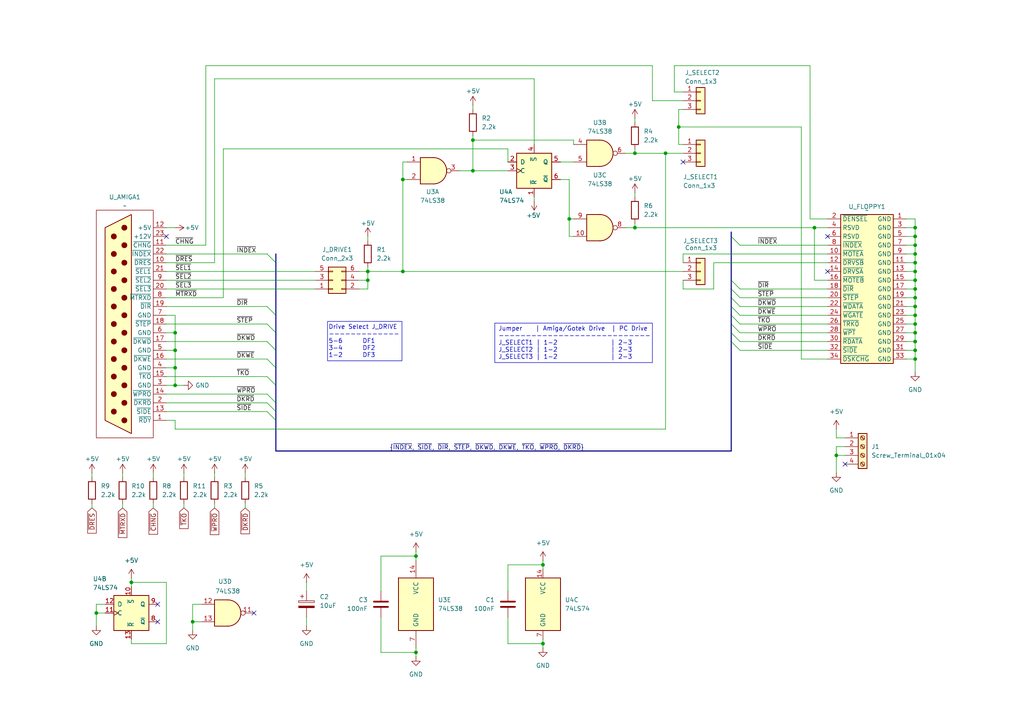
<source format=kicad_sch>
(kicad_sch (version 20231120) (generator "eeschema") (generator_version "8.0")
  (paper "A4")
  (title_block (title "Amiga External Floppy Adapter") (rev "1.0") (company "Torsten Brischalle"))
  (lib_symbols
    (symbol "74xx:74LS38" (pin_names (offset 1.016))
      (property "Reference" "U" (at 0 1.27 0))
      (property "Value" "74LS38" (at 0 -1.27 0))
      (symbol "74LS38_1_1"
        (arc (start 0 -3.81) (mid 3.7934 0) (end 0 3.81) (stroke (width 0.254)) (fill (type background)))
        (polyline (pts (xy 0 3.81) (xy -3.81 3.81) (xy -3.81 -3.81) (xy 0 -3.81)) (stroke (width 0.254)) (fill (type background)))
        (pin input line (at -7.62 2.54 0) (length 3.81) (name "~") (number "1"))
        (pin input line (at -7.62 -2.54 0) (length 3.81) (name "~") (number "2"))
        (pin open_collector inverted (at 7.62 0 180) (length 3.81) (name "~") (number "3"))
      )
      (symbol "74LS38_1_2"
        (arc (start -3.81 -3.81) (mid -2.589 0) (end -3.81 3.81) (stroke (width 0.254)))
        (arc (start -0.6096 -3.81) (mid 2.1842 -2.5851) (end 3.81 0) (stroke (width 0.254)) (fill (type background)))
        (polyline (pts (xy -3.81 -3.81) (xy -0.635 -3.81)) (stroke (width 0.254)) (fill (type background)))
        (polyline (pts (xy -3.81 3.81) (xy -0.635 3.81)) (stroke (width 0.254)) (fill (type background)))
        (polyline (pts (xy -0.635 3.81) (xy -3.81 3.81) (xy -3.81 3.81) (xy -3.556 3.4036) (xy -3.0226 2.2606) (xy -2.6924 1.0414) (xy -2.6162 -0.254) (xy -2.7686 -1.4986) (xy -3.175 -2.7178) (xy -3.81 -3.81) (xy -3.81 -3.81) (xy -0.635 -3.81)) (stroke (width -25.4)) (fill (type background)))
        (arc (start 3.81 0) (mid 2.1915 2.5936) (end -0.6096 3.81) (stroke (width 0.254)) (fill (type background)))
        (pin input inverted (at -7.62 2.54 0) (length 4.318) (name "~") (number "1"))
        (pin input inverted (at -7.62 -2.54 0) (length 4.318) (name "~") (number "2"))
        (pin open_collector line (at 7.62 0 180) (length 3.81) (name "~") (number "3"))
      )
      (symbol "74LS38_2_1"
        (arc (start 0 -3.81) (mid 3.7934 0) (end 0 3.81) (stroke (width 0.254)) (fill (type background)))
        (polyline (pts (xy 0 3.81) (xy -3.81 3.81) (xy -3.81 -3.81) (xy 0 -3.81)) (stroke (width 0.254)) (fill (type background)))
        (pin input line (at -7.62 2.54 0) (length 3.81) (name "~") (number "4"))
        (pin input line (at -7.62 -2.54 0) (length 3.81) (name "~") (number "5"))
        (pin open_collector inverted (at 7.62 0 180) (length 3.81) (name "~") (number "6"))
      )
      (symbol "74LS38_2_2"
        (arc (start -3.81 -3.81) (mid -2.589 0) (end -3.81 3.81) (stroke (width 0.254)))
        (arc (start -0.6096 -3.81) (mid 2.1842 -2.5851) (end 3.81 0) (stroke (width 0.254)) (fill (type background)))
        (polyline (pts (xy -3.81 -3.81) (xy -0.635 -3.81)) (stroke (width 0.254)) (fill (type background)))
        (polyline (pts (xy -3.81 3.81) (xy -0.635 3.81)) (stroke (width 0.254)) (fill (type background)))
        (polyline (pts (xy -0.635 3.81) (xy -3.81 3.81) (xy -3.81 3.81) (xy -3.556 3.4036) (xy -3.0226 2.2606) (xy -2.6924 1.0414) (xy -2.6162 -0.254) (xy -2.7686 -1.4986) (xy -3.175 -2.7178) (xy -3.81 -3.81) (xy -3.81 -3.81) (xy -0.635 -3.81)) (stroke (width -25.4)) (fill (type background)))
        (arc (start 3.81 0) (mid 2.1915 2.5936) (end -0.6096 3.81) (stroke (width 0.254)) (fill (type background)))
        (pin input inverted (at -7.62 2.54 0) (length 4.318) (name "~") (number "4"))
        (pin input inverted (at -7.62 -2.54 0) (length 4.318) (name "~") (number "5"))
        (pin open_collector line (at 7.62 0 180) (length 3.81) (name "~") (number "6"))
      )
      (symbol "74LS38_3_1"
        (arc (start 0 -3.81) (mid 3.7934 0) (end 0 3.81) (stroke (width 0.254)) (fill (type background)))
        (polyline (pts (xy 0 3.81) (xy -3.81 3.81) (xy -3.81 -3.81) (xy 0 -3.81)) (stroke (width 0.254)) (fill (type background)))
        (pin input line (at -7.62 -2.54 0) (length 3.81) (name "~") (number "10"))
        (pin open_collector inverted (at 7.62 0 180) (length 3.81) (name "~") (number "8"))
        (pin input line (at -7.62 2.54 0) (length 3.81) (name "~") (number "9"))
      )
      (symbol "74LS38_3_2"
        (arc (start -3.81 -3.81) (mid -2.589 0) (end -3.81 3.81) (stroke (width 0.254)))
        (arc (start -0.6096 -3.81) (mid 2.1842 -2.5851) (end 3.81 0) (stroke (width 0.254)) (fill (type background)))
        (polyline (pts (xy -3.81 -3.81) (xy -0.635 -3.81)) (stroke (width 0.254)) (fill (type background)))
        (polyline (pts (xy -3.81 3.81) (xy -0.635 3.81)) (stroke (width 0.254)) (fill (type background)))
        (polyline (pts (xy -0.635 3.81) (xy -3.81 3.81) (xy -3.81 3.81) (xy -3.556 3.4036) (xy -3.0226 2.2606) (xy -2.6924 1.0414) (xy -2.6162 -0.254) (xy -2.7686 -1.4986) (xy -3.175 -2.7178) (xy -3.81 -3.81) (xy -3.81 -3.81) (xy -0.635 -3.81)) (stroke (width -25.4)) (fill (type background)))
        (arc (start 3.81 0) (mid 2.1915 2.5936) (end -0.6096 3.81) (stroke (width 0.254)) (fill (type background)))
        (pin input inverted (at -7.62 -2.54 0) (length 4.318) (name "~") (number "10"))
        (pin open_collector line (at 7.62 0 180) (length 3.81) (name "~") (number "8"))
        (pin input inverted (at -7.62 2.54 0) (length 4.318) (name "~") (number "9"))
      )
      (symbol "74LS38_4_1"
        (arc (start 0 -3.81) (mid 3.7934 0) (end 0 3.81) (stroke (width 0.254)) (fill (type background)))
        (polyline (pts (xy 0 3.81) (xy -3.81 3.81) (xy -3.81 -3.81) (xy 0 -3.81)) (stroke (width 0.254)) (fill (type background)))
        (pin open_collector inverted (at 7.62 0 180) (length 3.81) (name "~") (number "11"))
        (pin input line (at -7.62 2.54 0) (length 3.81) (name "~") (number "12"))
        (pin input line (at -7.62 -2.54 0) (length 3.81) (name "~") (number "13"))
      )
      (symbol "74LS38_4_2"
        (arc (start -3.81 -3.81) (mid -2.589 0) (end -3.81 3.81) (stroke (width 0.254)))
        (arc (start -0.6096 -3.81) (mid 2.1842 -2.5851) (end 3.81 0) (stroke (width 0.254)) (fill (type background)))
        (polyline (pts (xy -3.81 -3.81) (xy -0.635 -3.81)) (stroke (width 0.254)) (fill (type background)))
        (polyline (pts (xy -3.81 3.81) (xy -0.635 3.81)) (stroke (width 0.254)) (fill (type background)))
        (polyline (pts (xy -0.635 3.81) (xy -3.81 3.81) (xy -3.81 3.81) (xy -3.556 3.4036) (xy -3.0226 2.2606) (xy -2.6924 1.0414) (xy -2.6162 -0.254) (xy -2.7686 -1.4986) (xy -3.175 -2.7178) (xy -3.81 -3.81) (xy -3.81 -3.81) (xy -0.635 -3.81)) (stroke (width -25.4)) (fill (type background)))
        (arc (start 3.81 0) (mid 2.1915 2.5936) (end -0.6096 3.81) (stroke (width 0.254)) (fill (type background)))
        (pin open_collector line (at 7.62 0 180) (length 3.81) (name "~") (number "11"))
        (pin input inverted (at -7.62 2.54 0) (length 4.318) (name "~") (number "12"))
        (pin input inverted (at -7.62 -2.54 0) (length 4.318) (name "~") (number "13"))
      )
      (symbol "74LS38_5_0"
        (pin power_in line (at 0 12.7 270) (length 5.08) (name "VCC") (number "14"))
        (pin power_in line (at 0 -12.7 90) (length 5.08) (name "GND") (number "7"))
      )
      (symbol "74LS38_5_1"
        (rectangle (start -5.08 7.62) (end 5.08 -7.62) (stroke (width 0.254)) (fill (type background)))
      )
    )
    (symbol "74xx:74LS74" (pin_names (offset 1.016))
      (property "Reference" "U" (at -7.62 8.89 0))
      (property "Value" "74LS74" (at -7.62 -8.89 0))
      (symbol "74LS74_1_0"
        (pin input line (at 0 -7.62 90) (length 2.54) (name "~{R}") (number "1"))
        (pin input line (at -7.62 2.54 0) (length 2.54) (name "D") (number "2"))
        (pin input clock (at -7.62 0 0) (length 2.54) (name "C") (number "3"))
        (pin input line (at 0 7.62 270) (length 2.54) (name "~{S}") (number "4"))
        (pin output line (at 7.62 2.54 180) (length 2.54) (name "Q") (number "5"))
        (pin output line (at 7.62 -2.54 180) (length 2.54) (name "~{Q}") (number "6"))
      )
      (symbol "74LS74_1_1"
        (rectangle (start -5.08 5.08) (end 5.08 -5.08) (stroke (width 0.254)) (fill (type background)))
      )
      (symbol "74LS74_2_0"
        (pin input line (at 0 7.62 270) (length 2.54) (name "~{S}") (number "10"))
        (pin input clock (at -7.62 0 0) (length 2.54) (name "C") (number "11"))
        (pin input line (at -7.62 2.54 0) (length 2.54) (name "D") (number "12"))
        (pin input line (at 0 -7.62 90) (length 2.54) (name "~{R}") (number "13"))
        (pin output line (at 7.62 -2.54 180) (length 2.54) (name "~{Q}") (number "8"))
        (pin output line (at 7.62 2.54 180) (length 2.54) (name "Q") (number "9"))
      )
      (symbol "74LS74_2_1"
        (rectangle (start -5.08 5.08) (end 5.08 -5.08) (stroke (width 0.254)) (fill (type background)))
      )
      (symbol "74LS74_3_0"
        (pin power_in line (at 0 10.16 270) (length 2.54) (name "VCC") (number "14"))
        (pin power_in line (at 0 -10.16 90) (length 2.54) (name "GND") (number "7"))
      )
      (symbol "74LS74_3_1"
        (rectangle (start -5.08 7.62) (end 5.08 -7.62) (stroke (width 0.254)) (fill (type background)))
      )
    )
    (symbol "Amiga500:ExternalFloppyConnector"
      (property "Reference" "U" (at -1.778 36.576 0))
      (symbol "ExternalFloppyConnector_0_1"
        (circle (center -2.54 -27.94) (radius 0.762) (fill (type outline)))
        (circle (center -2.54 -22.86) (radius 0.762) (fill (type outline)))
        (circle (center -2.54 -17.78) (radius 0.762) (fill (type outline)))
        (circle (center -2.54 -12.7) (radius 0.762) (fill (type outline)))
        (circle (center -2.54 -7.62) (radius 0.762) (fill (type outline)))
        (circle (center -2.54 -2.54) (radius 0.762) (fill (type outline)))
        (circle (center -2.54 2.54) (radius 0.762) (fill (type outline)))
        (circle (center -2.54 7.62) (radius 0.762) (fill (type outline)))
        (circle (center -2.54 12.7) (radius 0.762) (fill (type outline)))
        (circle (center -2.54 17.78) (radius 0.762) (fill (type outline)))
        (circle (center -2.54 22.86) (radius 0.762) (fill (type outline)))
        (polyline (pts (xy 2.54 -34.29) (xy -5.08 -30.48) (xy -5.08 25.4) (xy 2.54 29.21) (xy 2.54 -34.29)) (stroke (width 0.254)) (fill (type background)))
        (circle (center 0.508 -30.48) (radius 0.762) (fill (type outline)))
        (circle (center 0.508 -25.4) (radius 0.762) (fill (type outline)))
        (circle (center 0.508 -20.32) (radius 0.762) (fill (type outline)))
        (circle (center 0.508 -15.24) (radius 0.762) (fill (type outline)))
        (circle (center 0.508 -10.16) (radius 0.762) (fill (type outline)))
        (circle (center 0.508 -5.08) (radius 0.762) (fill (type outline)))
        (circle (center 0.508 0) (radius 0.762) (fill (type outline)))
        (circle (center 0.508 5.08) (radius 0.762) (fill (type outline)))
        (circle (center 0.508 10.16) (radius 0.762) (fill (type outline)))
        (circle (center 0.508 15.24) (radius 0.762) (fill (type outline)))
        (circle (center 0.508 20.32) (radius 0.762) (fill (type outline)))
        (circle (center 0.508 25.4) (radius 0.762) (fill (type outline)))
      )
      (symbol "ExternalFloppyConnector_1_1"
        (rectangle (start 8.89 30.48) (end -7.62 -35.56))
        (pin bidirectional line (at 12.7 -30.48 180) (length 3.81) (name "~{RDY}") (number "1"))
        (pin open_collector line (at 12.7 15.24 180) (length 3.81) (name "~{DRES}") (number "10"))
        (pin bidirectional line (at 12.7 20.32 180) (length 3.81) (name "~{CHNG}") (number "11"))
        (pin power_out line (at 12.7 25.4 180) (length 3.81) (name "+5V") (number "12"))
        (pin output line (at 12.7 -27.94 180) (length 3.81) (name "~{SIDE}") (number "13"))
        (pin bidirectional line (at 12.7 -22.86 180) (length 3.81) (name "~{WPRO}") (number "14"))
        (pin bidirectional line (at 12.7 -17.78 180) (length 3.81) (name "~{TKO}") (number "15"))
        (pin output line (at 12.7 -12.7 180) (length 3.81) (name "~{DKWE}") (number "16"))
        (pin output line (at 12.7 -7.62 180) (length 3.81) (name "~{DKWD}") (number "17"))
        (pin output line (at 12.7 -2.54 180) (length 3.81) (name "~{STEP}") (number "18"))
        (pin output line (at 12.7 2.54 180) (length 3.81) (name "~{DIR}") (number "19"))
        (pin input line (at 12.7 -25.4 180) (length 3.81) (name "~{DKRD}") (number "2"))
        (pin open_collector line (at 12.7 7.62 180) (length 3.81) (name "~{SEL3}") (number "20"))
        (pin open_collector line (at 12.7 12.7 180) (length 3.81) (name "~{SEL1}") (number "21"))
        (pin input line (at 12.7 17.78 180) (length 3.81) (name "~{INDEX}") (number "22"))
        (pin power_out line (at 12.7 22.86 180) (length 3.81) (name "+12V") (number "23"))
        (pin power_out line (at 12.7 -20.32 180) (length 3.81) (name "GND") (number "3"))
        (pin power_in line (at 12.7 -15.24 180) (length 3.81) (name "GND") (number "4"))
        (pin power_in line (at 12.7 -10.16 180) (length 3.81) (name "GND") (number "5"))
        (pin power_in line (at 12.7 -5.08 180) (length 3.81) (name "GND") (number "6"))
        (pin power_in line (at 12.7 0 180) (length 3.81) (name "GND") (number "7"))
        (pin open_collector line (at 12.7 5.08 180) (length 3.81) (name "~{MTRXD}") (number "8"))
        (pin open_collector line (at 12.7 10.16 180) (length 3.81) (name "~{SEL2}") (number "9"))
      )
    )
    (symbol "Amiga500:PcFloppyConnector"
      (property "Reference" "U" (at 0 23.876 0))
      (symbol "PcFloppyConnector_1_1"
        (rectangle (start -7.62 21.59) (end 7.62 -21.59) (stroke (width 0.254)) (fill (type background)))
        (pin power_in line (at 11.43 20.32 180) (length 3.81) (name "GND") (number "1"))
        (pin input line (at -11.43 10.16 0) (length 3.81) (name "~{MOTEA}") (number "10"))
        (pin power_in line (at 11.43 7.62 180) (length 3.81) (name "GND") (number "11"))
        (pin input line (at -11.43 7.62 0) (length 3.81) (name "~{DRVSB}") (number "12"))
        (pin power_in line (at 11.43 5.08 180) (length 3.81) (name "GND") (number "13"))
        (pin input line (at -11.43 5.08 0) (length 3.81) (name "~{DRVSA}") (number "14"))
        (pin power_in line (at 11.43 2.54 180) (length 3.81) (name "GND") (number "15"))
        (pin input line (at -11.43 2.54 0) (length 3.81) (name "~{MOTEB}") (number "16"))
        (pin power_in line (at 11.43 0 180) (length 3.81) (name "GND") (number "17"))
        (pin input line (at -11.43 0 0) (length 3.81) (name "~{DIR}") (number "18"))
        (pin power_in line (at 11.43 -2.54 180) (length 3.81) (name "GND") (number "19"))
        (pin input line (at -11.43 20.32 0) (length 3.81) (name "~{DENSEL}") (number "2"))
        (pin input line (at -11.43 -2.54 0) (length 3.81) (name "~{STEP}") (number "20"))
        (pin power_in line (at 11.43 -5.08 180) (length 3.81) (name "GND") (number "21"))
        (pin input line (at -11.43 -5.08 0) (length 3.81) (name "~{WDATA}") (number "22"))
        (pin power_in line (at 11.43 -7.62 180) (length 3.81) (name "GND") (number "23"))
        (pin input line (at -11.43 -7.62 0) (length 3.81) (name "~{WGATE}") (number "24"))
        (pin power_in line (at 11.43 -10.16 180) (length 3.81) (name "GND") (number "25"))
        (pin output line (at -11.43 -10.16 0) (length 3.81) (name "~{TRK0}") (number "26"))
        (pin power_in line (at 11.43 -12.7 180) (length 3.81) (name "GND") (number "27"))
        (pin output line (at -11.43 -12.7 0) (length 3.81) (name "~{WPT}") (number "28"))
        (pin power_in line (at 11.43 -15.24 180) (length 3.81) (name "GND") (number "29"))
        (pin power_in line (at 11.43 17.78 180) (length 3.81) (name "GND") (number "3"))
        (pin output line (at -11.43 -15.24 0) (length 3.81) (name "~{RDATA}") (number "30"))
        (pin power_in line (at 11.43 -17.78 180) (length 3.81) (name "GND") (number "31"))
        (pin input line (at -11.43 -17.78 0) (length 3.81) (name "~{SIDE}") (number "32"))
        (pin power_in line (at 11.43 -20.32 180) (length 3.81) (name "GND") (number "33"))
        (pin output line (at -11.43 -20.32 0) (length 3.81) (name "~{DSKCHG}") (number "34"))
        (pin passive line (at -11.43 17.78 0) (length 3.81) (name "RSVD") (number "4"))
        (pin power_in line (at 11.43 15.24 180) (length 3.81) (name "GND") (number "5"))
        (pin passive line (at -11.43 15.24 0) (length 3.81) (name "RSVD") (number "6"))
        (pin power_in line (at 11.43 12.7 180) (length 3.81) (name "GND") (number "7"))
        (pin output line (at -11.43 12.7 0) (length 3.81) (name "~{INDEX}") (number "8"))
        (pin power_in line (at 11.43 10.16 180) (length 3.81) (name "GND") (number "9"))
      )
    )
    (symbol "Connector:Screw_Terminal_01x04" (pin_names (offset 1.016) hide)
      (property "Reference" "J" (at 0 5.08 0))
      (property "Value" "Screw_Terminal_01x04" (at 0 -7.62 0))
      (symbol "Screw_Terminal_01x04_1_1"
        (rectangle (start -1.27 3.81) (end 1.27 -6.35) (stroke (width 0.254)) (fill (type background)))
        (circle (center 0 -5.08) (radius 0.635) (stroke (width 0.1524)))
        (circle (center 0 -2.54) (radius 0.635) (stroke (width 0.1524)))
        (polyline (pts (xy -0.5334 -4.7498) (xy 0.3302 -5.588)) (stroke (width 0.1524)))
        (polyline (pts (xy -0.5334 -2.2098) (xy 0.3302 -3.048)) (stroke (width 0.1524)))
        (polyline (pts (xy -0.5334 0.3302) (xy 0.3302 -0.508)) (stroke (width 0.1524)))
        (polyline (pts (xy -0.5334 2.8702) (xy 0.3302 2.032)) (stroke (width 0.1524)))
        (polyline (pts (xy -0.3556 -4.572) (xy 0.508 -5.4102)) (stroke (width 0.1524)))
        (polyline (pts (xy -0.3556 -2.032) (xy 0.508 -2.8702)) (stroke (width 0.1524)))
        (polyline (pts (xy -0.3556 0.508) (xy 0.508 -0.3302)) (stroke (width 0.1524)))
        (polyline (pts (xy -0.3556 3.048) (xy 0.508 2.2098)) (stroke (width 0.1524)))
        (circle (center 0 0) (radius 0.635) (stroke (width 0.1524)))
        (circle (center 0 2.54) (radius 0.635) (stroke (width 0.1524)))
        (pin passive line (at -5.08 2.54 0) (length 3.81) (name "Pin_1") (number "1"))
        (pin passive line (at -5.08 0 0) (length 3.81) (name "Pin_2") (number "2"))
        (pin passive line (at -5.08 -2.54 0) (length 3.81) (name "Pin_3") (number "3"))
        (pin passive line (at -5.08 -5.08 0) (length 3.81) (name "Pin_4") (number "4"))
      )
    )
    (symbol "Connector_Generic:Conn_01x03" (pin_names (offset 1.016) hide)
      (property "Reference" "J" (at 0 5.08 0))
      (property "Value" "Conn_01x03" (at 0 -5.08 0))
      (symbol "Conn_01x03_1_1"
        (rectangle (start -1.27 -2.413) (end 0 -2.667) (stroke (width 0.1524)))
        (rectangle (start -1.27 0.127) (end 0 -0.127) (stroke (width 0.1524)))
        (rectangle (start -1.27 2.667) (end 0 2.413) (stroke (width 0.1524)))
        (rectangle (start -1.27 3.81) (end 1.27 -3.81) (stroke (width 0.254)) (fill (type background)))
        (pin passive line (at -5.08 2.54 0) (length 3.81) (name "Pin_1") (number "1"))
        (pin passive line (at -5.08 0 0) (length 3.81) (name "Pin_2") (number "2"))
        (pin passive line (at -5.08 -2.54 0) (length 3.81) (name "Pin_3") (number "3"))
      )
    )
    (symbol "Connector_Generic:Conn_02x03_Odd_Even" (pin_names (offset 1.016) hide)
      (property "Reference" "J" (at 1.27 5.08 0))
      (property "Value" "Conn_02x03_Odd_Even" (at 1.27 -5.08 0))
      (symbol "Conn_02x03_Odd_Even_1_1"
        (rectangle (start -1.27 -2.413) (end 0 -2.667) (stroke (width 0.1524)))
        (rectangle (start -1.27 0.127) (end 0 -0.127) (stroke (width 0.1524)))
        (rectangle (start -1.27 2.667) (end 0 2.413) (stroke (width 0.1524)))
        (rectangle (start -1.27 3.81) (end 3.81 -3.81) (stroke (width 0.254)) (fill (type background)))
        (rectangle (start 3.81 -2.413) (end 2.54 -2.667) (stroke (width 0.1524)))
        (rectangle (start 3.81 0.127) (end 2.54 -0.127) (stroke (width 0.1524)))
        (rectangle (start 3.81 2.667) (end 2.54 2.413) (stroke (width 0.1524)))
        (pin passive line (at -5.08 2.54 0) (length 3.81) (name "Pin_1") (number "1"))
        (pin passive line (at 7.62 2.54 180) (length 3.81) (name "Pin_2") (number "2"))
        (pin passive line (at -5.08 0 0) (length 3.81) (name "Pin_3") (number "3"))
        (pin passive line (at 7.62 0 180) (length 3.81) (name "Pin_4") (number "4"))
        (pin passive line (at -5.08 -2.54 0) (length 3.81) (name "Pin_5") (number "5"))
        (pin passive line (at 7.62 -2.54 180) (length 3.81) (name "Pin_6") (number "6"))
      )
    )
    (symbol "Device:C" (pin_numbers hide) (pin_names (offset 0.254))
      (property "Reference" "C" (at 0.635 2.54 0))
      (property "Value" "C" (at 0.635 -2.54 0))
      (symbol "C_0_1"
        (polyline (pts (xy -2.032 -0.762) (xy 2.032 -0.762)) (stroke (width 0.508)))
        (polyline (pts (xy -2.032 0.762) (xy 2.032 0.762)) (stroke (width 0.508)))
      )
      (symbol "C_1_1"
        (pin passive line (at 0 3.81 270) (length 2.794) (name "~") (number "1"))
        (pin passive line (at 0 -3.81 90) (length 2.794) (name "~") (number "2"))
      )
    )
    (symbol "Device:C_Polarized" (pin_numbers hide) (pin_names (offset 0.254))
      (property "Reference" "C" (at 0.635 2.54 0))
      (property "Value" "C_Polarized" (at 0.635 -2.54 0))
      (symbol "C_Polarized_0_1"
        (rectangle (start -2.286 0.508) (end 2.286 1.016))
        (polyline (pts (xy -1.778 2.286) (xy -0.762 2.286)))
        (polyline (pts (xy -1.27 2.794) (xy -1.27 1.778)))
        (rectangle (start 2.286 -0.508) (end -2.286 -1.016) (fill (type outline)))
      )
      (symbol "C_Polarized_1_1"
        (pin passive line (at 0 3.81 270) (length 2.794) (name "~") (number "1"))
        (pin passive line (at 0 -3.81 90) (length 2.794) (name "~") (number "2"))
      )
    )
    (symbol "Device:R" (pin_numbers hide) (pin_names (offset 0))
      (property "Reference" "R" (at 2.032 0 90))
      (property "Value" "R" (at 0 0 90))
      (symbol "R_0_1"
        (rectangle (start -1.016 -2.54) (end 1.016 2.54) (stroke (width 0.254)))
      )
      (symbol "R_1_1"
        (pin passive line (at 0 3.81 270) (length 1.27) (name "~") (number "1"))
        (pin passive line (at 0 -3.81 90) (length 1.27) (name "~") (number "2"))
      )
    )
    (symbol "power:+5V" (power) (pin_numbers hide) (pin_names (offset 0) hide)
      (property "Value" "+5V" (at 0 3.556 0))
      (symbol "+5V_0_1"
        (polyline (pts (xy -0.762 1.27) (xy 0 2.54)))
        (polyline (pts (xy 0 0) (xy 0 2.54)))
        (polyline (pts (xy 0 2.54) (xy 0.762 1.27)))
      )
      (symbol "+5V_1_1"
        (pin power_in line (at 0 0 90) (length 0) (name "~") (number "1"))
      )
    )
    (symbol "power:GND" (power) (pin_numbers hide) (pin_names (offset 0) hide)
      (property "Value" "GND" (at 0 -3.81 0))
      (symbol "GND_0_1"
        (polyline (pts (xy 0 0) (xy 0 -1.27) (xy 1.27 -1.27) (xy 0 -2.54) (xy -1.27 -1.27) (xy 0 -1.27)))
      )
      (symbol "GND_1_1"
        (pin power_in line (at 0 0 270) (length 0) (name "~") (number "1"))
      )
    )
  )
  (junction (at 265.43 81.28))
  (junction (at 116.84 52.07))
  (junction (at 27.94 177.8))
  (junction (at 265.43 88.9))
  (junction (at 265.43 78.74))
  (junction (at 193.04 44.45))
  (junction (at 157.48 186.69))
  (junction (at 50.8 111.76))
  (junction (at 50.8 101.6))
  (junction (at 116.84 78.74))
  (junction (at 265.43 73.66))
  (junction (at 265.43 83.82))
  (junction (at 265.43 99.06))
  (junction (at 236.22 66.04))
  (junction (at 265.43 71.12))
  (junction (at 265.43 66.04))
  (junction (at 265.43 104.14))
  (junction (at 50.8 96.52))
  (junction (at 265.43 101.6))
  (junction (at 265.43 96.52))
  (junction (at 137.16 49.53))
  (junction (at 55.88 180.34))
  (junction (at 157.48 163.83))
  (junction (at 265.43 86.36))
  (junction (at 38.1 168.91))
  (junction (at 265.43 76.2))
  (junction (at 106.68 81.28))
  (junction (at 184.15 44.45))
  (junction (at 50.8 106.68))
  (junction (at 265.43 91.44))
  (junction (at 265.43 93.98))
  (junction (at 242.57 132.08))
  (junction (at 196.85 36.83))
  (junction (at 165.1 63.5))
  (junction (at 106.68 78.74))
  (junction (at 265.43 68.58))
  (junction (at 184.15 66.04))
  (junction (at 137.16 40.64))
  (junction (at 120.65 161.29))
  (junction (at 120.65 189.23))
  (no_connect (at 240.03 68.58))
  (no_connect (at 198.12 46.99))
  (no_connect (at 245.11 134.62))
  (no_connect (at 45.72 180.34))
  (no_connect (at 48.26 68.58))
  (no_connect (at 240.03 78.74))
  (no_connect (at 45.72 175.26))
  (no_connect (at 73.66 177.8))
  (bus_entry (at 80.01 111.76) (size -2.54 -2.54))
  (bus_entry (at 77.47 73.66) (size 2.54 2.54))
  (bus_entry (at 80.01 121.92) (size -2.54 -2.54))
  (bus_entry (at 212.09 83.82) (size 2.54 2.54))
  (bus_entry (at 80.01 91.44) (size -2.54 -2.54))
  (bus_entry (at 212.09 93.98) (size 2.54 2.54))
  (bus_entry (at 212.09 96.52) (size 2.54 2.54))
  (bus_entry (at 80.01 119.38) (size -2.54 -2.54))
  (bus_entry (at 212.09 88.9) (size 2.54 2.54))
  (bus_entry (at 212.09 86.36) (size 2.54 2.54))
  (bus_entry (at 212.09 91.44) (size 2.54 2.54))
  (bus_entry (at 212.09 68.58) (size 2.54 2.54))
  (bus_entry (at 212.09 99.06) (size 2.54 2.54))
  (bus_entry (at 80.01 101.6) (size -2.54 -2.54))
  (bus_entry (at 80.01 96.52) (size -2.54 -2.54))
  (bus_entry (at 80.01 116.84) (size -2.54 -2.54))
  (bus_entry (at 212.09 81.28) (size 2.54 2.54))
  (bus_entry (at 80.01 106.68) (size -2.54 -2.54))
  (wire (pts (xy 198.12 73.66) (xy 240.03 73.66)))
  (wire (pts (xy 189.23 19.05) (xy 59.69 19.05)))
  (wire (pts (xy 214.63 88.9) (xy 240.03 88.9)))
  (wire (pts (xy 265.43 88.9) (xy 265.43 91.44)))
  (wire (pts (xy 262.89 78.74) (xy 265.43 78.74)))
  (wire (pts (xy 265.43 91.44) (xy 265.43 93.98)))
  (wire (pts (xy 38.1 167.64) (xy 38.1 168.91)))
  (wire (pts (xy 48.26 93.98) (xy 77.47 93.98)))
  (bus (pts (xy 80.01 119.38) (xy 80.01 121.92)))
  (wire (pts (xy 53.34 137.16) (xy 53.34 138.43)))
  (wire (pts (xy 242.57 129.54) (xy 245.11 129.54)))
  (wire (pts (xy 38.1 186.69) (xy 48.26 186.69)))
  (wire (pts (xy 48.26 81.28) (xy 91.44 81.28)))
  (wire (pts (xy 240.03 81.28) (xy 236.22 81.28)))
  (wire (pts (xy 165.1 52.07) (xy 165.1 63.5)))
  (wire (pts (xy 162.56 52.07) (xy 165.1 52.07)))
  (bus (pts (xy 80.01 76.2) (xy 80.01 91.44)))
  (wire (pts (xy 265.43 66.04) (xy 265.43 68.58)))
  (wire (pts (xy 116.84 52.07) (xy 118.11 52.07)))
  (wire (pts (xy 48.26 99.06) (xy 77.47 99.06)))
  (wire (pts (xy 166.37 40.64) (xy 137.16 40.64)))
  (wire (pts (xy 245.11 127) (xy 242.57 127)))
  (wire (pts (xy 234.95 19.05) (xy 195.58 19.05)))
  (bus (pts (xy 80.01 130.81) (xy 212.09 130.81)))
  (wire (pts (xy 196.85 31.75) (xy 198.12 31.75)))
  (wire (pts (xy 120.65 161.29) (xy 120.65 162.56)))
  (wire (pts (xy 262.89 83.82) (xy 265.43 83.82)))
  (wire (pts (xy 262.89 63.5) (xy 265.43 63.5)))
  (wire (pts (xy 50.8 91.44) (xy 50.8 96.52)))
  (wire (pts (xy 38.1 168.91) (xy 38.1 170.18)))
  (wire (pts (xy 26.67 137.16) (xy 26.67 138.43)))
  (wire (pts (xy 55.88 182.88) (xy 55.88 180.34)))
  (wire (pts (xy 120.65 189.23) (xy 120.65 190.5)))
  (wire (pts (xy 62.23 22.86) (xy 62.23 76.2)))
  (wire (pts (xy 262.89 99.06) (xy 265.43 99.06)))
  (wire (pts (xy 262.89 86.36) (xy 265.43 86.36)))
  (wire (pts (xy 165.1 63.5) (xy 166.37 63.5)))
  (wire (pts (xy 55.88 175.26) (xy 58.42 175.26)))
  (wire (pts (xy 44.45 146.05) (xy 44.45 147.32)))
  (wire (pts (xy 110.49 171.45) (xy 110.49 161.29)))
  (wire (pts (xy 265.43 93.98) (xy 265.43 96.52)))
  (wire (pts (xy 184.15 34.29) (xy 184.15 35.56)))
  (wire (pts (xy 262.89 88.9) (xy 265.43 88.9)))
  (wire (pts (xy 50.8 121.92) (xy 50.8 124.46)))
  (wire (pts (xy 48.26 121.92) (xy 50.8 121.92)))
  (wire (pts (xy 106.68 81.28) (xy 106.68 83.82)))
  (wire (pts (xy 133.35 49.53) (xy 137.16 49.53)))
  (wire (pts (xy 88.9 168.91) (xy 88.9 171.45)))
  (wire (pts (xy 214.63 71.12) (xy 240.03 71.12)))
  (wire (pts (xy 147.32 186.69) (xy 157.48 186.69)))
  (wire (pts (xy 48.26 111.76) (xy 50.8 111.76)))
  (wire (pts (xy 198.12 29.21) (xy 189.23 29.21)))
  (wire (pts (xy 265.43 81.28) (xy 265.43 83.82)))
  (wire (pts (xy 157.48 185.42) (xy 157.48 186.69)))
  (wire (pts (xy 64.77 43.18) (xy 64.77 86.36)))
  (bus (pts (xy 212.09 93.98) (xy 212.09 96.52)))
  (wire (pts (xy 110.49 161.29) (xy 120.65 161.29)))
  (wire (pts (xy 27.94 177.8) (xy 30.48 177.8)))
  (wire (pts (xy 48.26 71.12) (xy 59.69 71.12)))
  (wire (pts (xy 50.8 111.76) (xy 53.34 111.76)))
  (wire (pts (xy 116.84 52.07) (xy 116.84 78.74)))
  (wire (pts (xy 26.67 146.05) (xy 26.67 147.32)))
  (wire (pts (xy 48.26 78.74) (xy 91.44 78.74)))
  (wire (pts (xy 116.84 78.74) (xy 198.12 78.74)))
  (wire (pts (xy 198.12 83.82) (xy 198.12 81.28)))
  (wire (pts (xy 165.1 68.58) (xy 166.37 68.58)))
  (wire (pts (xy 262.89 93.98) (xy 265.43 93.98)))
  (wire (pts (xy 184.15 66.04) (xy 236.22 66.04)))
  (wire (pts (xy 157.48 162.56) (xy 157.48 163.83)))
  (bus (pts (xy 212.09 68.58) (xy 212.09 81.28)))
  (wire (pts (xy 30.48 175.26) (xy 27.94 175.26)))
  (bus (pts (xy 80.01 73.66) (xy 80.01 76.2)))
  (wire (pts (xy 265.43 76.2) (xy 265.43 78.74)))
  (wire (pts (xy 147.32 43.18) (xy 64.77 43.18)))
  (wire (pts (xy 265.43 96.52) (xy 265.43 99.06)))
  (wire (pts (xy 48.26 76.2) (xy 62.23 76.2)))
  (wire (pts (xy 262.89 91.44) (xy 265.43 91.44)))
  (wire (pts (xy 110.49 179.07) (xy 110.49 189.23)))
  (wire (pts (xy 48.26 83.82) (xy 91.44 83.82)))
  (wire (pts (xy 48.26 114.3) (xy 77.47 114.3)))
  (wire (pts (xy 262.89 104.14) (xy 265.43 104.14)))
  (bus (pts (xy 80.01 121.92) (xy 80.01 130.81)))
  (wire (pts (xy 104.14 81.28) (xy 106.68 81.28)))
  (bus (pts (xy 80.01 96.52) (xy 80.01 101.6)))
  (wire (pts (xy 27.94 177.8) (xy 27.94 181.61)))
  (wire (pts (xy 147.32 171.45) (xy 147.32 163.83)))
  (wire (pts (xy 265.43 73.66) (xy 265.43 76.2)))
  (wire (pts (xy 147.32 163.83) (xy 157.48 163.83)))
  (bus (pts (xy 212.09 99.06) (xy 212.09 130.81)))
  (bus (pts (xy 212.09 67.31) (xy 212.09 68.58)))
  (wire (pts (xy 265.43 101.6) (xy 265.43 104.14)))
  (wire (pts (xy 184.15 55.88) (xy 184.15 57.15)))
  (wire (pts (xy 265.43 99.06) (xy 265.43 101.6)))
  (bus (pts (xy 212.09 88.9) (xy 212.09 91.44)))
  (wire (pts (xy 62.23 22.86) (xy 154.94 22.86)))
  (wire (pts (xy 242.57 127) (xy 242.57 124.46)))
  (wire (pts (xy 234.95 63.5) (xy 234.95 19.05)))
  (wire (pts (xy 184.15 66.04) (xy 184.15 64.77)))
  (wire (pts (xy 53.34 146.05) (xy 53.34 147.32)))
  (bus (pts (xy 80.01 91.44) (xy 80.01 96.52)))
  (bus (pts (xy 212.09 83.82) (xy 212.09 86.36)))
  (wire (pts (xy 232.41 36.83) (xy 232.41 104.14)))
  (bus (pts (xy 212.09 81.28) (xy 212.09 83.82)))
  (wire (pts (xy 110.49 189.23) (xy 120.65 189.23)))
  (wire (pts (xy 62.23 137.16) (xy 62.23 138.43)))
  (wire (pts (xy 265.43 83.82) (xy 265.43 86.36)))
  (wire (pts (xy 184.15 44.45) (xy 193.04 44.45)))
  (bus (pts (xy 212.09 86.36) (xy 212.09 88.9)))
  (wire (pts (xy 50.8 96.52) (xy 50.8 101.6)))
  (wire (pts (xy 193.04 44.45) (xy 198.12 44.45)))
  (wire (pts (xy 193.04 44.45) (xy 193.04 124.46)))
  (wire (pts (xy 195.58 26.67) (xy 198.12 26.67)))
  (wire (pts (xy 262.89 101.6) (xy 265.43 101.6)))
  (wire (pts (xy 242.57 137.16) (xy 242.57 132.08)))
  (bus (pts (xy 80.01 116.84) (xy 80.01 119.38)))
  (wire (pts (xy 207.01 76.2) (xy 207.01 83.82)))
  (wire (pts (xy 154.94 22.86) (xy 154.94 41.91)))
  (wire (pts (xy 242.57 132.08) (xy 245.11 132.08)))
  (wire (pts (xy 184.15 44.45) (xy 184.15 43.18)))
  (wire (pts (xy 48.26 66.04) (xy 50.8 66.04)))
  (wire (pts (xy 59.69 19.05) (xy 59.69 71.12)))
  (wire (pts (xy 106.68 78.74) (xy 116.84 78.74)))
  (wire (pts (xy 50.8 101.6) (xy 50.8 106.68)))
  (wire (pts (xy 262.89 68.58) (xy 265.43 68.58)))
  (wire (pts (xy 157.48 163.83) (xy 157.48 165.1)))
  (wire (pts (xy 50.8 106.68) (xy 50.8 111.76)))
  (wire (pts (xy 44.45 137.16) (xy 44.45 138.43)))
  (wire (pts (xy 162.56 46.99) (xy 166.37 46.99)))
  (bus (pts (xy 212.09 91.44) (xy 212.09 93.98)))
  (wire (pts (xy 88.9 179.07) (xy 88.9 181.61)))
  (wire (pts (xy 71.12 146.05) (xy 71.12 147.32)))
  (wire (pts (xy 48.26 88.9) (xy 77.47 88.9)))
  (wire (pts (xy 48.26 109.22) (xy 77.47 109.22)))
  (wire (pts (xy 232.41 104.14) (xy 240.03 104.14)))
  (wire (pts (xy 265.43 86.36) (xy 265.43 88.9)))
  (bus (pts (xy 80.01 106.68) (xy 80.01 111.76)))
  (wire (pts (xy 181.61 66.04) (xy 184.15 66.04)))
  (wire (pts (xy 265.43 104.14) (xy 265.43 107.95)))
  (wire (pts (xy 50.8 124.46) (xy 193.04 124.46)))
  (wire (pts (xy 35.56 146.05) (xy 35.56 147.32)))
  (wire (pts (xy 242.57 132.08) (xy 242.57 129.54)))
  (wire (pts (xy 48.26 186.69) (xy 48.26 168.91)))
  (wire (pts (xy 240.03 63.5) (xy 234.95 63.5)))
  (wire (pts (xy 214.63 86.36) (xy 240.03 86.36)))
  (wire (pts (xy 48.26 104.14) (xy 77.47 104.14)))
  (wire (pts (xy 165.1 63.5) (xy 165.1 68.58)))
  (wire (pts (xy 262.89 76.2) (xy 265.43 76.2)))
  (wire (pts (xy 106.68 68.58) (xy 106.68 69.85)))
  (wire (pts (xy 147.32 179.07) (xy 147.32 186.69)))
  (wire (pts (xy 214.63 101.6) (xy 240.03 101.6)))
  (wire (pts (xy 196.85 36.83) (xy 196.85 41.91)))
  (wire (pts (xy 48.26 101.6) (xy 50.8 101.6)))
  (wire (pts (xy 196.85 31.75) (xy 196.85 36.83)))
  (wire (pts (xy 48.26 168.91) (xy 38.1 168.91)))
  (wire (pts (xy 262.89 96.52) (xy 265.43 96.52)))
  (wire (pts (xy 71.12 137.16) (xy 71.12 138.43)))
  (wire (pts (xy 265.43 68.58) (xy 265.43 71.12)))
  (wire (pts (xy 181.61 44.45) (xy 184.15 44.45)))
  (wire (pts (xy 137.16 39.37) (xy 137.16 40.64)))
  (wire (pts (xy 265.43 78.74) (xy 265.43 81.28)))
  (wire (pts (xy 116.84 46.99) (xy 116.84 52.07)))
  (wire (pts (xy 166.37 41.91) (xy 166.37 40.64)))
  (wire (pts (xy 48.26 96.52) (xy 50.8 96.52)))
  (bus (pts (xy 212.09 96.52) (xy 212.09 99.06)))
  (wire (pts (xy 48.26 106.68) (xy 50.8 106.68)))
  (wire (pts (xy 214.63 83.82) (xy 240.03 83.82)))
  (wire (pts (xy 196.85 36.83) (xy 232.41 36.83)))
  (wire (pts (xy 137.16 30.48) (xy 137.16 31.75)))
  (wire (pts (xy 214.63 96.52) (xy 240.03 96.52)))
  (wire (pts (xy 120.65 160.02) (xy 120.65 161.29)))
  (wire (pts (xy 262.89 73.66) (xy 265.43 73.66)))
  (wire (pts (xy 214.63 99.06) (xy 240.03 99.06)))
  (wire (pts (xy 198.12 41.91) (xy 196.85 41.91)))
  (wire (pts (xy 147.32 46.99) (xy 147.32 43.18)))
  (wire (pts (xy 48.26 73.66) (xy 77.47 73.66)))
  (wire (pts (xy 104.14 78.74) (xy 106.68 78.74)))
  (wire (pts (xy 35.56 137.16) (xy 35.56 138.43)))
  (wire (pts (xy 265.43 71.12) (xy 265.43 73.66)))
  (wire (pts (xy 48.26 91.44) (xy 50.8 91.44)))
  (wire (pts (xy 48.26 116.84) (xy 77.47 116.84)))
  (wire (pts (xy 55.88 180.34) (xy 58.42 180.34)))
  (wire (pts (xy 38.1 185.42) (xy 38.1 186.69)))
  (wire (pts (xy 106.68 77.47) (xy 106.68 78.74)))
  (wire (pts (xy 214.63 91.44) (xy 240.03 91.44)))
  (wire (pts (xy 262.89 66.04) (xy 265.43 66.04)))
  (wire (pts (xy 195.58 19.05) (xy 195.58 26.67)))
  (wire (pts (xy 48.26 119.38) (xy 77.47 119.38)))
  (wire (pts (xy 157.48 186.69) (xy 157.48 187.96)))
  (wire (pts (xy 137.16 49.53) (xy 147.32 49.53)))
  (wire (pts (xy 62.23 146.05) (xy 62.23 147.32)))
  (wire (pts (xy 214.63 93.98) (xy 240.03 93.98)))
  (wire (pts (xy 104.14 83.82) (xy 106.68 83.82)))
  (wire (pts (xy 262.89 81.28) (xy 265.43 81.28)))
  (wire (pts (xy 236.22 81.28) (xy 236.22 66.04)))
  (wire (pts (xy 137.16 40.64) (xy 137.16 49.53)))
  (wire (pts (xy 154.94 57.15) (xy 154.94 58.42)))
  (bus (pts (xy 80.01 111.76) (xy 80.01 116.84)))
  (wire (pts (xy 236.22 66.04) (xy 240.03 66.04)))
  (wire (pts (xy 55.88 180.34) (xy 55.88 175.26)))
  (wire (pts (xy 262.89 71.12) (xy 265.43 71.12)))
  (wire (pts (xy 120.65 187.96) (xy 120.65 189.23)))
  (wire (pts (xy 207.01 83.82) (xy 198.12 83.82)))
  (wire (pts (xy 240.03 76.2) (xy 207.01 76.2)))
  (wire (pts (xy 265.43 63.5) (xy 265.43 66.04)))
  (wire (pts (xy 198.12 76.2) (xy 198.12 73.66)))
  (bus (pts (xy 80.01 101.6) (xy 80.01 106.68)))
  (wire (pts (xy 27.94 175.26) (xy 27.94 177.8)))
  (wire (pts (xy 48.26 86.36) (xy 64.77 86.36)))
  (wire (pts (xy 189.23 29.21) (xy 189.23 19.05)))
  (wire (pts (xy 106.68 78.74) (xy 106.68 81.28)))
  (wire (pts (xy 118.11 46.99) (xy 116.84 46.99)))
  (rectangle (start 94.996 93.218) (end 116.586 104.648))
  (rectangle (start 143.51 93.726) (end 189.23 105.156))
  (text "Drive Select J_DRIVE\n-------------\n5-6		DF1\n3-4		DF2\n1-2		DF3" (at 95.25 99.06 0) (effects (font (size 1.27 1.27)) (justify left)))
  (text "Jumper    | Amiga/Gotek Drive  | PC Drive\n----------------------------\nJ_SELECT1 | 1-2                | 2-3\nJ_SELECT2 | 1-2                | 2-3\nJ_SELECT3 | 1-2                | 2-3\n" (at 144.526 99.568 0) (effects (font (size 1.27 1.27)) (justify left)))
  (label "~{TKO}" (at 219.71 93.98 0))
  (label "~{INDEX}" (at 219.71 71.12 0))
  (label "~{DKWD}" (at 68.58 99.06 0))
  (label "~{SEL3}" (at 50.8 83.82 0))
  (label "~{INDEX}" (at 68.58 73.66 0))
  (label "~{WPRO}" (at 68.58 114.3 0))
  (label "~{WPRO}" (at 219.71 96.52 0))
  (label "~{MTRXD}" (at 50.8 86.36 0))
  (label "~{TKO}" (at 68.58 109.22 0))
  (label "~{SEL1}" (at 50.8 78.74 0))
  (label "~{CHNG}" (at 50.8 71.12 0))
  (label "~{DKWE}" (at 219.71 91.44 0))
  (label "~{DKRD}" (at 219.71 99.06 0))
  (label "~{STEP}" (at 219.71 86.36 0))
  (label "~{SIDE}" (at 219.71 101.6 0))
  (label "~{DRES}" (at 50.8 76.2 0))
  (label "{~{INDEX}, ~{SIDE}, ~{DIR}, ~{STEP}, ~{DKWD}, ~{DKWE}, ~{TKO}, ~{WPRO}, ~{DKRD}}" (at 113.03 130.81 0))
  (label "~{DKWE}" (at 68.58 104.14 0))
  (label "~{DKRD}" (at 68.58 116.84 0))
  (label "~{SEL2}" (at 50.8 81.28 0))
  (label "~{DIR}" (at 68.58 88.9 0))
  (label "~{DKWD}" (at 219.71 88.9 0))
  (label "~{SIDE}" (at 68.58 119.38 0))
  (label "~{DIR}" (at 219.71 83.82 0))
  (label "~{STEP}" (at 68.58 93.98 0))
  (global_label "~{DRES}" (shape input) (at 26.67 147.32 270) (property "Intersheetrefs" "${INTERSHEET_REFS}" (effects (hide yes))))
  (global_label "~{CHNG}" (shape input) (at 44.45 147.32 270) (property "Intersheetrefs" "${INTERSHEET_REFS}" (effects (hide yes))))
  (global_label "~{WPRO}" (shape input) (at 62.23 147.32 270) (property "Intersheetrefs" "${INTERSHEET_REFS}" (effects (hide yes))))
  (global_label "~{MTRXD}" (shape input) (at 35.56 147.32 270) (property "Intersheetrefs" "${INTERSHEET_REFS}" (effects (hide yes))))
  (global_label "~{TKO}" (shape input) (at 53.34 147.32 270) (property "Intersheetrefs" "${INTERSHEET_REFS}" (effects (hide yes))))
  (global_label "~{DKRD}" (shape input) (at 71.12 147.32 270) (property "Intersheetrefs" "${INTERSHEET_REFS}" (effects (hide yes))))
  (symbol (lib_id "74xx:74LS38") (at 66.04 177.8 0) (unit 4)
    (property "Reference" "U3" (at 65.278 168.656 0))
    (property "Value" "74LS38" (at 66.0317 171.45 0))
    (property "Footprint" "Package_DIP:DIP-14_W7.62mm_LongPads" (effects (hide yes)))
    (property "Datasheet" "http://www.ti.com/lit/gpn/sn74LS38" (effects (hide yes)))
    (property "Description" "Quad Buffer 2-input NAND Open collector" (effects (hide yes)))
  )
  (symbol (lib_id "power:+5V") (at 50.8 66.04 270) (unit 1)
    (property "Reference" "#PWR01" (effects (hide yes)))
    (property "Value" "+5V" (at 53.594 66.04 90) (effects (justify left)))
    (property "Description" "Power symbol creates a global label with name \"+5V\"" (effects (hide yes)))
  )
  (symbol (lib_id "power:+5V") (at 106.68 68.58 0) (unit 1)
    (property "Reference" "#PWR08" (effects (hide yes)))
    (property "Value" "+5V" (at 106.68 64.77 0))
    (property "Description" "Power symbol creates a global label with name \"+5V\"" (effects (hide yes)))
  )
  (symbol (lib_id "power:GND") (at 120.65 190.5 0) (unit 1)
    (property "Reference" "#PWR015" (effects (hide yes)))
    (property "Value" "GND" (at 120.65 195.58 0))
    (property "Description" "Power symbol creates a global label with name \"GND\" , ground" (effects (hide yes)))
  )
  (symbol (lib_id "Device:R") (at 26.67 142.24 0) (unit 1)
    (property "Reference" "R9" (at 29.21 140.9699 0) (effects (justify left)))
    (property "Value" "2.2k" (at 29.21 143.5099 0) (effects (justify left)))
    (property "Footprint" "Resistor_THT:R_Axial_DIN0309_L9.0mm_D3.2mm_P12.70mm_Horizontal" (effects (hide yes)))
    (property "Description" "Resistor" (effects (hide yes)))
  )
  (symbol (lib_id "Device:R") (at 137.16 35.56 0) (unit 1)
    (property "Reference" "R2" (at 139.7 34.2899 0) (effects (justify left)))
    (property "Value" "2.2k" (at 139.7 36.8299 0) (effects (justify left)))
    (property "Footprint" "Resistor_THT:R_Axial_DIN0309_L9.0mm_D3.2mm_P12.70mm_Horizontal" (effects (hide yes)))
    (property "Description" "Resistor" (effects (hide yes)))
  )
  (symbol (lib_id "Connector_Generic:Conn_02x03_Odd_Even") (at 96.52 81.28 0) (mirror x) (unit 1)
    (property "Reference" "J_DRIVE1" (at 97.79 72.39 0))
    (property "Value" "Conn_2x3" (at 97.79 74.93 0))
    (property "Footprint" "Connector_PinHeader_2.54mm:PinHeader_2x03_P2.54mm_Vertical" (effects (hide yes)))
    (property "Description" "Generic connector, double row, 02x03, odd/even pin numbering scheme (row 1 odd numbers, row 2 even numbers), script generated (kicad-library-utils/schlib/autogen/connector/)" (effects (hide yes)))
  )
  (symbol (lib_id "Device:C_Polarized") (at 88.9 175.26 0) (unit 1)
    (property "Reference" "C2" (at 92.71 173.1009 0) (effects (justify left)))
    (property "Value" "10uF" (at 92.71 175.6409 0) (effects (justify left)))
    (property "Footprint" "Capacitor_THT:CP_Radial_D8.0mm_P3.50mm" (effects (hide yes)))
    (property "Description" "Polarized capacitor" (effects (hide yes)))
  )
  (symbol (lib_id "Device:R") (at 184.15 60.96 0) (unit 1)
    (property "Reference" "R6" (at 186.69 59.6899 0) (effects (justify left)))
    (property "Value" "2.2k" (at 186.69 62.2299 0) (effects (justify left)))
    (property "Footprint" "Resistor_THT:R_Axial_DIN0309_L9.0mm_D3.2mm_P12.70mm_Horizontal" (effects (hide yes)))
    (property "Description" "Resistor" (effects (hide yes)))
  )
  (symbol (lib_id "74xx:74LS74") (at 38.1 177.8 0) (unit 2)
    (property "Reference" "U4" (at 26.924 167.894 0) (effects (justify left)))
    (property "Value" "74LS74" (at 26.924 170.434 0) (effects (justify left)))
    (property "Footprint" "Package_DIP:DIP-14_W7.62mm_LongPads" (effects (hide yes)))
    (property "Datasheet" "74xx/74hc_hct74.pdf" (effects (hide yes)))
    (property "Description" "Dual D Flip-flop, Set & Reset" (effects (hide yes)))
  )
  (symbol (lib_id "power:+5V") (at 137.16 30.48 0) (unit 1)
    (property "Reference" "#PWR019" (effects (hide yes)))
    (property "Value" "+5V" (at 137.16 26.416 0))
    (property "Description" "Power symbol creates a global label with name \"+5V\"" (effects (hide yes)))
  )
  (symbol (lib_id "power:+5V") (at 26.67 137.16 0) (unit 1)
    (property "Reference" "#PWR04" (effects (hide yes)))
    (property "Value" "+5V" (at 26.67 133.096 0))
    (property "Description" "Power symbol creates a global label with name \"+5V\"" (effects (hide yes)))
  )
  (symbol (lib_id "Connector:Screw_Terminal_01x04") (at 250.19 129.54 0) (unit 1)
    (property "Reference" "J1" (at 252.73 129.5399 0) (effects (justify left)))
    (property "Value" "Screw_Terminal_01x04" (at 252.73 132.0799 0) (effects (justify left)))
    (property "Footprint" "Connector_Molex:Molex_KK-254_AE-6410-04A_1x04_P2.54mm_Vertical" (effects (hide yes)))
    (property "Description" "Generic screw terminal, single row, 01x04, script generated (kicad-library-utils/schlib/autogen/connector/)" (effects (hide yes)))
  )
  (symbol (lib_id "power:GND") (at 27.94 181.61 0) (unit 1)
    (property "Reference" "#PWR012" (effects (hide yes)))
    (property "Value" "GND" (at 27.94 186.69 0))
    (property "Description" "Power symbol creates a global label with name \"GND\" , ground" (effects (hide yes)))
  )
  (symbol (lib_id "Device:R") (at 106.68 73.66 0) (unit 1)
    (property "Reference" "R1" (at 109.22 72.3899 0) (effects (justify left)))
    (property "Value" "2.2k" (at 109.22 74.9299 0) (effects (justify left)))
    (property "Footprint" "Resistor_THT:R_Axial_DIN0309_L9.0mm_D3.2mm_P12.70mm_Horizontal" (effects (hide yes)))
    (property "Description" "Resistor" (effects (hide yes)))
  )
  (symbol (lib_id "Device:R") (at 71.12 142.24 0) (unit 1)
    (property "Reference" "R5" (at 73.66 140.9699 0) (effects (justify left)))
    (property "Value" "2.2k" (at 73.66 143.5099 0) (effects (justify left)))
    (property "Footprint" "Resistor_THT:R_Axial_DIN0309_L9.0mm_D3.2mm_P12.70mm_Horizontal" (effects (hide yes)))
    (property "Description" "Resistor" (effects (hide yes)))
  )
  (symbol (lib_id "power:+5V") (at 184.15 34.29 0) (unit 1)
    (property "Reference" "#PWR021" (effects (hide yes)))
    (property "Value" "+5V" (at 184.15 30.226 0))
    (property "Description" "Power symbol creates a global label with name \"+5V\"" (effects (hide yes)))
  )
  (symbol (lib_id "Device:C") (at 147.32 175.26 0) (mirror y) (unit 1)
    (property "Reference" "C1" (at 143.51 173.9899 0) (effects (justify left)))
    (property "Value" "100nF" (at 143.51 176.5299 0) (effects (justify left)))
    (property "Footprint" "Capacitor_THT:C_Rect_L4.6mm_W3.0mm_P2.50mm_MKS02_FKP02" (effects (hide yes)))
    (property "Description" "Unpolarized capacitor" (effects (hide yes)))
  )
  (symbol (lib_id "power:+5V") (at 71.12 137.16 0) (unit 1)
    (property "Reference" "#PWR023" (effects (hide yes)))
    (property "Value" "+5V" (at 71.12 133.096 0))
    (property "Description" "Power symbol creates a global label with name \"+5V\"" (effects (hide yes)))
  )
  (symbol (lib_id "power:GND") (at 55.88 182.88 0) (unit 1)
    (property "Reference" "#PWR022" (effects (hide yes)))
    (property "Value" "GND" (at 55.88 187.96 0))
    (property "Description" "Power symbol creates a global label with name \"GND\" , ground" (effects (hide yes)))
  )
  (symbol (lib_id "74xx:74LS74") (at 154.94 49.53 0) (unit 1)
    (property "Reference" "U4" (at 144.78 55.626 0) (effects (justify left)))
    (property "Value" "74LS74" (at 144.78 58.166 0) (effects (justify left)))
    (property "Footprint" "Package_DIP:DIP-14_W7.62mm_LongPads" (effects (hide yes)))
    (property "Datasheet" "74xx/74hc_hct74.pdf" (effects (hide yes)))
    (property "Description" "Dual D Flip-flop, Set & Reset" (effects (hide yes)))
  )
  (symbol (lib_id "power:+5V") (at 184.15 55.88 0) (unit 1)
    (property "Reference" "#PWR024" (effects (hide yes)))
    (property "Value" "+5V" (at 184.15 51.816 0))
    (property "Description" "Power symbol creates a global label with name \"+5V\"" (effects (hide yes)))
  )
  (symbol (lib_id "74xx:74LS38") (at 173.99 44.45 0) (unit 2)
    (property "Reference" "U3" (at 173.9817 35.56 0))
    (property "Value" "74LS38" (at 173.9817 38.1 0))
    (property "Footprint" "Package_DIP:DIP-14_W7.62mm_LongPads" (effects (hide yes)))
    (property "Datasheet" "http://www.ti.com/lit/gpn/sn74LS38" (effects (hide yes)))
    (property "Description" "Quad Buffer 2-input NAND Open collector" (effects (hide yes)))
  )
  (symbol (lib_id "Amiga500:PcFloppyConnector") (at 251.46 83.82 0) (unit 1)
    (property "Reference" "U_FLOPPY1" (at 251.46 59.944 0))
    (property "Value" "~" (at 251.46 60.96 0))
    (property "Footprint" "Connector_PinSocket_2.54mm:PinSocket_2x17_P2.54mm_Vertical" (effects (hide yes)))
  )
  (symbol (lib_id "Device:R") (at 184.15 39.37 0) (unit 1)
    (property "Reference" "R4" (at 186.69 38.0999 0) (effects (justify left)))
    (property "Value" "2.2k" (at 186.69 40.6399 0) (effects (justify left)))
    (property "Footprint" "Resistor_THT:R_Axial_DIN0309_L9.0mm_D3.2mm_P12.70mm_Horizontal" (effects (hide yes)))
    (property "Description" "Resistor" (effects (hide yes)))
  )
  (symbol (lib_id "power:+5V") (at 38.1 167.64 0) (unit 1)
    (property "Reference" "#PWR011" (effects (hide yes)))
    (property "Value" "+5V" (at 38.1 162.56 0))
    (property "Description" "Power symbol creates a global label with name \"+5V\"" (effects (hide yes)))
  )
  (symbol (lib_id "Connector_Generic:Conn_01x03") (at 203.2 78.74 0) (unit 1)
    (property "Reference" "J_SELECT3" (at 198.12 69.85 0) (effects (justify left)))
    (property "Value" "Conn_1x3" (at 198.628 71.882 0) (effects (justify left)))
    (property "Footprint" "Connector_PinHeader_2.54mm:PinHeader_1x03_P2.54mm_Vertical" (effects (hide yes)))
    (property "Description" "Generic connector, single row, 01x03, script generated (kicad-library-utils/schlib/autogen/connector/)" (effects (hide yes)))
  )
  (symbol (lib_id "power:+5V") (at 242.57 124.46 0) (unit 1)
    (property "Reference" "#PWR010" (effects (hide yes)))
    (property "Value" "+5V" (at 242.57 119.38 0))
    (property "Description" "Power symbol creates a global label with name \"+5V\"" (effects (hide yes)))
  )
  (symbol (lib_id "Device:C") (at 110.49 175.26 0) (mirror y) (unit 1)
    (property "Reference" "C3" (at 106.68 173.9899 0) (effects (justify left)))
    (property "Value" "100nF" (at 106.68 176.5299 0) (effects (justify left)))
    (property "Footprint" "Capacitor_THT:C_Rect_L4.6mm_W3.0mm_P2.50mm_MKS02_FKP02" (effects (hide yes)))
    (property "Description" "Unpolarized capacitor" (effects (hide yes)))
  )
  (symbol (lib_id "power:+5V") (at 120.65 160.02 0) (unit 1)
    (property "Reference" "#PWR013" (effects (hide yes)))
    (property "Value" "+5V" (at 120.65 154.94 0))
    (property "Description" "Power symbol creates a global label with name \"+5V\"" (effects (hide yes)))
  )
  (symbol (lib_id "Device:R") (at 35.56 142.24 0) (unit 1)
    (property "Reference" "R10" (at 38.1 140.9699 0) (effects (justify left)))
    (property "Value" "2.2k" (at 38.1 143.5099 0) (effects (justify left)))
    (property "Footprint" "Resistor_THT:R_Axial_DIN0309_L9.0mm_D3.2mm_P12.70mm_Horizontal" (effects (hide yes)))
    (property "Description" "Resistor" (effects (hide yes)))
  )
  (symbol (lib_id "power:GND") (at 157.48 187.96 0) (unit 1)
    (property "Reference" "#PWR016" (effects (hide yes)))
    (property "Value" "GND" (at 157.48 193.04 0))
    (property "Description" "Power symbol creates a global label with name \"GND\" , ground" (effects (hide yes)))
  )
  (symbol (lib_id "power:GND") (at 53.34 111.76 90) (unit 1)
    (property "Reference" "#PWR06" (effects (hide yes)))
    (property "Value" "GND" (at 56.642 111.76 90) (effects (justify right)))
    (property "Description" "Power symbol creates a global label with name \"GND\" , ground" (effects (hide yes)))
  )
  (symbol (lib_id "power:+5V") (at 88.9 168.91 0) (unit 1)
    (property "Reference" "#PWR017" (effects (hide yes)))
    (property "Value" "+5V" (at 88.9 163.83 0))
    (property "Description" "Power symbol creates a global label with name \"+5V\"" (effects (hide yes)))
  )
  (symbol (lib_id "74xx:74LS38") (at 120.65 175.26 0) (unit 5)
    (property "Reference" "U3" (at 127 173.9899 0) (effects (justify left)))
    (property "Value" "74LS38" (at 127 176.5299 0) (effects (justify left)))
    (property "Footprint" "Package_DIP:DIP-14_W7.62mm_LongPads" (effects (hide yes)))
    (property "Datasheet" "http://www.ti.com/lit/gpn/sn74LS38" (effects (hide yes)))
    (property "Description" "Quad Buffer 2-input NAND Open collector" (effects (hide yes)))
  )
  (symbol (lib_id "Connector_Generic:Conn_01x03") (at 203.2 44.45 0) (unit 1)
    (property "Reference" "J_SELECT1" (at 198.12 51.308 0) (effects (justify left)))
    (property "Value" "Conn_1x3" (at 198.12 53.848 0) (effects (justify left)))
    (property "Footprint" "Connector_PinHeader_2.54mm:PinHeader_1x03_P2.54mm_Vertical" (effects (hide yes)))
    (property "Description" "Generic connector, single row, 01x03, script generated (kicad-library-utils/schlib/autogen/connector/)" (effects (hide yes)))
  )
  (symbol (lib_id "power:GND") (at 265.43 107.95 0) (unit 1)
    (property "Reference" "#PWR07" (effects (hide yes)))
    (property "Value" "GND" (at 265.43 113.03 0))
    (property "Description" "Power symbol creates a global label with name \"GND\" , ground" (effects (hide yes)))
  )
  (symbol (lib_id "power:+5V") (at 53.34 137.16 0) (unit 1)
    (property "Reference" "#PWR026" (effects (hide yes)))
    (property "Value" "+5V" (at 53.34 133.096 0))
    (property "Description" "Power symbol creates a global label with name \"+5V\"" (effects (hide yes)))
  )
  (symbol (lib_id "power:+5V") (at 62.23 137.16 0) (unit 1)
    (property "Reference" "#PWR02" (effects (hide yes)))
    (property "Value" "+5V" (at 62.23 133.096 0))
    (property "Description" "Power symbol creates a global label with name \"+5V\"" (effects (hide yes)))
  )
  (symbol (lib_id "Connector_Generic:Conn_01x03") (at 203.2 29.21 0) (unit 1)
    (property "Reference" "J_SELECT2" (at 198.628 21.082 0) (effects (justify left)))
    (property "Value" "Conn_1x3" (at 198.628 23.622 0) (effects (justify left)))
    (property "Footprint" "Connector_PinHeader_2.54mm:PinHeader_1x03_P2.54mm_Vertical" (effects (hide yes)))
    (property "Description" "Generic connector, single row, 01x03, script generated (kicad-library-utils/schlib/autogen/connector/)" (effects (hide yes)))
  )
  (symbol (lib_id "Device:R") (at 53.34 142.24 0) (unit 1)
    (property "Reference" "R11" (at 55.88 140.9699 0) (effects (justify left)))
    (property "Value" "2.2k" (at 55.88 143.5099 0) (effects (justify left)))
    (property "Footprint" "Resistor_THT:R_Axial_DIN0309_L9.0mm_D3.2mm_P12.70mm_Horizontal" (effects (hide yes)))
    (property "Description" "Resistor" (effects (hide yes)))
  )
  (symbol (lib_id "Device:R") (at 44.45 142.24 0) (unit 1)
    (property "Reference" "R8" (at 46.99 140.9699 0) (effects (justify left)))
    (property "Value" "2.2k" (at 46.99 143.5099 0) (effects (justify left)))
    (property "Footprint" "Resistor_THT:R_Axial_DIN0309_L9.0mm_D3.2mm_P12.70mm_Horizontal" (effects (hide yes)))
    (property "Description" "Resistor" (effects (hide yes)))
  )
  (symbol (lib_id "power:+5V") (at 154.94 58.42 180) (unit 1)
    (property "Reference" "#PWR020" (effects (hide yes)))
    (property "Value" "+5V" (at 154.686 62.484 0))
    (property "Description" "Power symbol creates a global label with name \"+5V\"" (effects (hide yes)))
  )
  (symbol (lib_id "74xx:74LS74") (at 157.48 175.26 0) (unit 3)
    (property "Reference" "U4" (at 163.83 173.9899 0) (effects (justify left)))
    (property "Value" "74LS74" (at 163.83 176.5299 0) (effects (justify left)))
    (property "Footprint" "Package_DIP:DIP-14_W7.62mm_LongPads" (effects (hide yes)))
    (property "Datasheet" "74xx/74hc_hct74.pdf" (effects (hide yes)))
    (property "Description" "Dual D Flip-flop, Set & Reset" (effects (hide yes)))
  )
  (symbol (lib_id "power:+5V") (at 35.56 137.16 0) (unit 1)
    (property "Reference" "#PWR05" (effects (hide yes)))
    (property "Value" "+5V" (at 35.56 133.096 0))
    (property "Description" "Power symbol creates a global label with name \"+5V\"" (effects (hide yes)))
  )
  (symbol (lib_id "Amiga500:ExternalFloppyConnector") (at 35.56 91.44 0) (unit 1)
    (property "Reference" "U_AMIGA1" (at 36.195 57.15 0))
    (property "Value" "~" (at 36.195 59.69 0))
    (property "Footprint" "Amiga500:ExternalFloppyConnector" (effects (hide yes)))
  )
  (symbol (lib_id "Device:R") (at 62.23 142.24 0) (unit 1)
    (property "Reference" "R3" (at 64.77 140.9699 0) (effects (justify left)))
    (property "Value" "2.2k" (at 64.77 143.5099 0) (effects (justify left)))
    (property "Footprint" "Resistor_THT:R_Axial_DIN0309_L9.0mm_D3.2mm_P12.70mm_Horizontal" (effects (hide yes)))
    (property "Description" "Resistor" (effects (hide yes)))
  )
  (symbol (lib_id "power:+5V") (at 44.45 137.16 0) (unit 1)
    (property "Reference" "#PWR03" (effects (hide yes)))
    (property "Value" "+5V" (at 44.45 133.096 0))
    (property "Description" "Power symbol creates a global label with name \"+5V\"" (effects (hide yes)))
  )
  (symbol (lib_id "power:GND") (at 88.9 181.61 0) (unit 1)
    (property "Reference" "#PWR018" (effects (hide yes)))
    (property "Value" "GND" (at 88.9 186.69 0))
    (property "Description" "Power symbol creates a global label with name \"GND\" , ground" (effects (hide yes)))
  )
  (symbol (lib_id "power:+5V") (at 157.48 162.56 0) (unit 1)
    (property "Reference" "#PWR014" (effects (hide yes)))
    (property "Value" "+5V" (at 157.48 157.48 0))
    (property "Description" "Power symbol creates a global label with name \"+5V\"" (effects (hide yes)))
  )
  (symbol (lib_id "power:GND") (at 242.57 137.16 0) (unit 1)
    (property "Reference" "#PWR09" (effects (hide yes)))
    (property "Value" "GND" (at 242.57 142.24 0))
    (property "Description" "Power symbol creates a global label with name \"GND\" , ground" (effects (hide yes)))
  )
  (symbol (lib_id "74xx:74LS38") (at 125.73 49.53 0) (unit 1)
    (property "Reference" "U3" (at 125.476 55.626 0))
    (property "Value" "74LS38" (at 125.476 58.166 0))
    (property "Footprint" "Package_DIP:DIP-14_W7.62mm_LongPads" (effects (hide yes)))
    (property "Datasheet" "http://www.ti.com/lit/gpn/sn74LS38" (effects (hide yes)))
    (property "Description" "Quad Buffer 2-input NAND Open collector" (effects (hide yes)))
  )
  (symbol (lib_id "74xx:74LS38") (at 173.99 66.04 0) (unit 3)
    (property "Reference" "U3" (at 173.9817 50.8 0))
    (property "Value" "74LS38" (at 173.9817 53.34 0))
    (property "Footprint" "Package_DIP:DIP-14_W7.62mm_LongPads" (effects (hide yes)))
    (property "Datasheet" "http://www.ti.com/lit/gpn/sn74LS38" (effects (hide yes)))
    (property "Description" "Quad Buffer 2-input NAND Open collector" (effects (hide yes)))
  )
)
</source>
